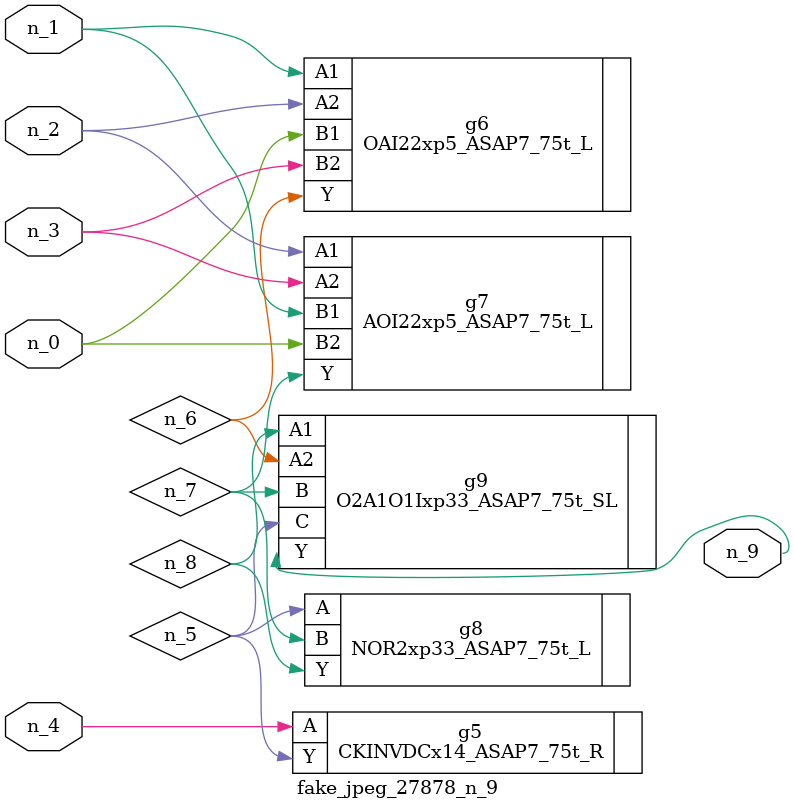
<source format=v>
module fake_jpeg_27878_n_9 (n_3, n_2, n_1, n_0, n_4, n_9);

input n_3;
input n_2;
input n_1;
input n_0;
input n_4;

output n_9;

wire n_8;
wire n_6;
wire n_5;
wire n_7;

CKINVDCx14_ASAP7_75t_R g5 ( 
.A(n_4),
.Y(n_5)
);

OAI22xp5_ASAP7_75t_L g6 ( 
.A1(n_1),
.A2(n_2),
.B1(n_0),
.B2(n_3),
.Y(n_6)
);

AOI22xp5_ASAP7_75t_L g7 ( 
.A1(n_2),
.A2(n_3),
.B1(n_1),
.B2(n_0),
.Y(n_7)
);

NOR2xp33_ASAP7_75t_L g8 ( 
.A(n_5),
.B(n_7),
.Y(n_8)
);

O2A1O1Ixp33_ASAP7_75t_SL g9 ( 
.A1(n_8),
.A2(n_6),
.B(n_7),
.C(n_5),
.Y(n_9)
);


endmodule
</source>
